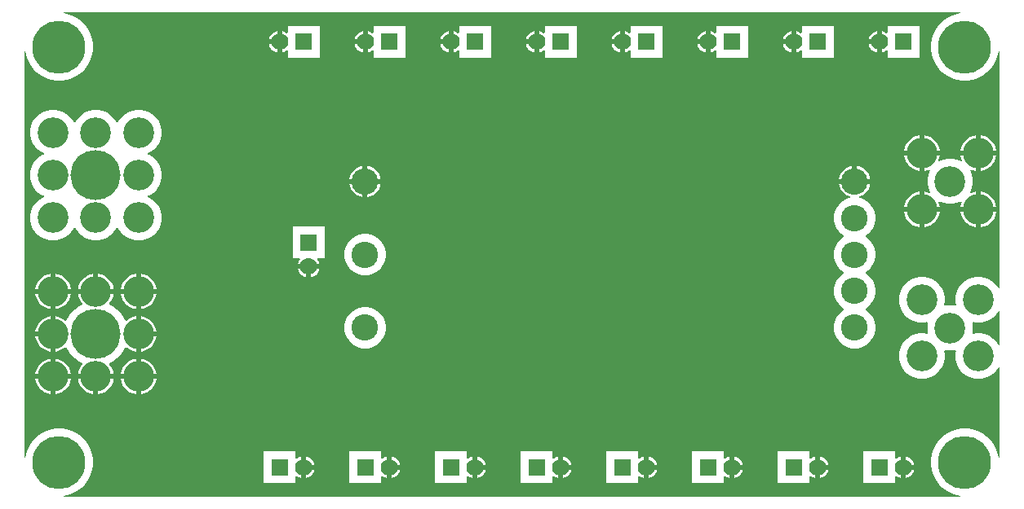
<source format=gbl>
G04*
G04 #@! TF.GenerationSoftware,Altium Limited,Altium Designer,21.0.9 (235)*
G04*
G04 Layer_Physical_Order=2*
G04 Layer_Color=16711680*
%FSLAX25Y25*%
%MOIN*%
G70*
G04*
G04 #@! TF.SameCoordinates,248EADF4-6E9D-4877-B34C-AAFE22DB1BC7*
G04*
G04*
G04 #@! TF.FilePolarity,Positive*
G04*
G01*
G75*
%ADD25C,0.07000*%
%ADD26R,0.07000X0.07000*%
%ADD27R,0.07000X0.07000*%
%ADD43C,0.20472*%
%ADD44C,0.12598*%
%ADD45C,0.21654*%
%ADD46C,0.10827*%
%ADD47C,0.05000*%
G36*
X383094Y198697D02*
X381762Y198486D01*
X379692Y197814D01*
X377753Y196826D01*
X375992Y195546D01*
X374453Y194008D01*
X373174Y192247D01*
X372186Y190308D01*
X371514Y188238D01*
X371173Y186088D01*
Y183912D01*
X371514Y181762D01*
X372186Y179692D01*
X373174Y177753D01*
X374453Y175993D01*
X375992Y174453D01*
X377753Y173174D01*
X379692Y172186D01*
X381762Y171514D01*
X383912Y171173D01*
X386088D01*
X388238Y171514D01*
X390308Y172186D01*
X392247Y173174D01*
X394007Y174453D01*
X395547Y175993D01*
X396826Y177753D01*
X397814Y179692D01*
X398486Y181762D01*
X398697Y183094D01*
X399197Y183054D01*
X399197Y86260D01*
X398697Y86108D01*
X397778Y87483D01*
X396483Y88778D01*
X394960Y89796D01*
X393268Y90497D01*
X391471Y90854D01*
X389639D01*
X387843Y90497D01*
X386150Y89796D01*
X384627Y88778D01*
X383332Y87483D01*
X382314Y85960D01*
X381613Y84268D01*
X381256Y82471D01*
Y80639D01*
X381501Y79408D01*
X381147Y79054D01*
X379916Y79299D01*
X378084D01*
X376853Y79054D01*
X376499Y79408D01*
X376744Y80639D01*
Y82471D01*
X376387Y84268D01*
X375686Y85960D01*
X374668Y87483D01*
X373373Y88778D01*
X371850Y89796D01*
X370157Y90497D01*
X368361Y90854D01*
X366529D01*
X364732Y90497D01*
X363040Y89796D01*
X361517Y88778D01*
X360222Y87483D01*
X359204Y85960D01*
X358503Y84268D01*
X358146Y82471D01*
Y80639D01*
X358503Y78843D01*
X359204Y77150D01*
X360222Y75627D01*
X361517Y74332D01*
X363040Y73314D01*
X364732Y72613D01*
X366529Y72256D01*
X368361D01*
X369592Y72501D01*
X369946Y72147D01*
X369701Y70916D01*
Y69084D01*
X369946Y67853D01*
X369592Y67499D01*
X368361Y67744D01*
X366529D01*
X364732Y67387D01*
X363040Y66686D01*
X361517Y65668D01*
X360222Y64373D01*
X359204Y62850D01*
X358503Y61157D01*
X358146Y59361D01*
Y57529D01*
X358503Y55732D01*
X359204Y54040D01*
X360222Y52517D01*
X361517Y51222D01*
X363040Y50204D01*
X364732Y49503D01*
X366529Y49146D01*
X368361D01*
X370157Y49503D01*
X371850Y50204D01*
X373373Y51222D01*
X374668Y52517D01*
X375686Y54040D01*
X376387Y55732D01*
X376744Y57529D01*
Y59361D01*
X376499Y60592D01*
X376853Y60946D01*
X378084Y60701D01*
X379916D01*
X381147Y60946D01*
X381501Y60592D01*
X381256Y59361D01*
Y57529D01*
X381613Y55732D01*
X382314Y54040D01*
X383332Y52517D01*
X384627Y51222D01*
X386150Y50204D01*
X387843Y49503D01*
X389639Y49146D01*
X391471D01*
X393268Y49503D01*
X394960Y50204D01*
X396483Y51222D01*
X397778Y52517D01*
X398697Y53892D01*
X399197Y53741D01*
X399197Y16946D01*
X398697Y16906D01*
X398486Y18238D01*
X397814Y20308D01*
X396826Y22247D01*
X395547Y24008D01*
X394007Y25547D01*
X392247Y26826D01*
X390308Y27814D01*
X388238Y28486D01*
X386088Y28827D01*
X383912D01*
X381762Y28486D01*
X379692Y27814D01*
X377753Y26826D01*
X375992Y25547D01*
X374453Y24008D01*
X373174Y22247D01*
X372186Y20308D01*
X371514Y18238D01*
X371173Y16088D01*
Y13912D01*
X371514Y11762D01*
X372186Y9692D01*
X373174Y7753D01*
X374453Y5993D01*
X375992Y4453D01*
X377753Y3174D01*
X379692Y2186D01*
X381762Y1514D01*
X383094Y1303D01*
X383054Y803D01*
X16946D01*
X16906Y1303D01*
X18238Y1514D01*
X20308Y2186D01*
X22247Y3174D01*
X24008Y4453D01*
X25547Y5993D01*
X26826Y7753D01*
X27814Y9692D01*
X28486Y11762D01*
X28827Y13912D01*
Y16088D01*
X28486Y18238D01*
X27814Y20308D01*
X26826Y22247D01*
X25547Y24008D01*
X24008Y25547D01*
X22247Y26826D01*
X20308Y27814D01*
X18238Y28486D01*
X16088Y28827D01*
X13912D01*
X11762Y28486D01*
X9692Y27814D01*
X7753Y26826D01*
X5993Y25547D01*
X4453Y24008D01*
X3174Y22247D01*
X2186Y20308D01*
X1514Y18238D01*
X1303Y16906D01*
X803Y16946D01*
X803Y183055D01*
X1303Y183094D01*
X1514Y181762D01*
X2186Y179692D01*
X3174Y177753D01*
X4453Y175993D01*
X5993Y174453D01*
X7753Y173174D01*
X9692Y172186D01*
X11762Y171514D01*
X13912Y171173D01*
X16088D01*
X18238Y171514D01*
X20308Y172186D01*
X22247Y173174D01*
X24008Y174453D01*
X25547Y175993D01*
X26826Y177753D01*
X27814Y179692D01*
X28486Y181762D01*
X28827Y183912D01*
Y186088D01*
X28486Y188238D01*
X27814Y190308D01*
X26826Y192247D01*
X25547Y194008D01*
X24008Y195546D01*
X22247Y196826D01*
X20308Y197814D01*
X18238Y198486D01*
X16906Y198697D01*
X16946Y199197D01*
X383054D01*
X383094Y198697D01*
D02*
G37*
G36*
X399197Y76851D02*
Y63149D01*
X398697Y62998D01*
X397778Y64373D01*
X396483Y65668D01*
X394960Y66686D01*
X393268Y67387D01*
X391471Y67744D01*
X389639D01*
X388408Y67499D01*
X388054Y67853D01*
X388299Y69084D01*
Y70916D01*
X388054Y72147D01*
X388408Y72501D01*
X389639Y72256D01*
X391471D01*
X393268Y72613D01*
X394960Y73314D01*
X396483Y74332D01*
X397778Y75627D01*
X398697Y77003D01*
X399197Y76851D01*
D02*
G37*
%LPC*%
G36*
X366421Y193567D02*
X353421D01*
Y190742D01*
X352959Y190550D01*
X352842Y190668D01*
X351816Y191260D01*
X351079Y191458D01*
Y187067D01*
Y182676D01*
X351816Y182874D01*
X352842Y183466D01*
X352959Y183583D01*
X353421Y183392D01*
Y180567D01*
X366421D01*
Y193567D01*
D02*
G37*
G36*
X331421D02*
X318421D01*
Y190742D01*
X317959Y190550D01*
X317842Y190668D01*
X316816Y191260D01*
X316079Y191458D01*
Y187067D01*
Y182676D01*
X316816Y182874D01*
X317842Y183466D01*
X317959Y183583D01*
X318421Y183392D01*
Y180567D01*
X331421D01*
Y193567D01*
D02*
G37*
G36*
X296421D02*
X283421D01*
Y190742D01*
X282959Y190550D01*
X282842Y190668D01*
X281816Y191260D01*
X281079Y191458D01*
Y187067D01*
Y182676D01*
X281816Y182874D01*
X282842Y183466D01*
X282959Y183583D01*
X283421Y183392D01*
Y180567D01*
X296421D01*
Y193567D01*
D02*
G37*
G36*
X261421D02*
X248421D01*
Y190742D01*
X247959Y190550D01*
X247842Y190668D01*
X246816Y191260D01*
X246079Y191458D01*
Y187067D01*
Y182676D01*
X246816Y182874D01*
X247842Y183466D01*
X247959Y183583D01*
X248421Y183392D01*
Y180567D01*
X261421D01*
Y193567D01*
D02*
G37*
G36*
X226421D02*
X213421D01*
Y190742D01*
X212959Y190550D01*
X212842Y190668D01*
X211816Y191260D01*
X211079Y191458D01*
Y187067D01*
Y182676D01*
X211816Y182874D01*
X212842Y183466D01*
X212959Y183583D01*
X213421Y183392D01*
Y180567D01*
X226421D01*
Y193567D01*
D02*
G37*
G36*
X191421D02*
X178421D01*
Y190742D01*
X177959Y190550D01*
X177842Y190668D01*
X176816Y191260D01*
X176079Y191458D01*
Y187067D01*
Y182676D01*
X176816Y182874D01*
X177842Y183466D01*
X177959Y183583D01*
X178421Y183392D01*
Y180567D01*
X191421D01*
Y193567D01*
D02*
G37*
G36*
X156421D02*
X143421D01*
Y190742D01*
X142959Y190550D01*
X142842Y190668D01*
X141816Y191260D01*
X141079Y191458D01*
Y187067D01*
Y182676D01*
X141816Y182874D01*
X142842Y183466D01*
X142959Y183583D01*
X143421Y183392D01*
Y180567D01*
X156421D01*
Y193567D01*
D02*
G37*
G36*
X121421D02*
X108421D01*
Y190742D01*
X107959Y190550D01*
X107842Y190668D01*
X106816Y191260D01*
X106079Y191458D01*
Y187067D01*
Y182676D01*
X106816Y182874D01*
X107842Y183466D01*
X107959Y183583D01*
X108421Y183392D01*
Y180567D01*
X121421D01*
Y193567D01*
D02*
G37*
G36*
X174079Y191458D02*
X173342Y191260D01*
X172316Y190668D01*
X171478Y189830D01*
X170885Y188804D01*
X170688Y188067D01*
X174079D01*
Y191458D01*
D02*
G37*
G36*
X349079D02*
X348342Y191260D01*
X347316Y190668D01*
X346478Y189830D01*
X345885Y188804D01*
X345688Y188067D01*
X349079D01*
Y191458D01*
D02*
G37*
G36*
X279079D02*
X278342Y191260D01*
X277316Y190668D01*
X276478Y189830D01*
X275885Y188804D01*
X275688Y188067D01*
X279079D01*
Y191458D01*
D02*
G37*
G36*
X244079D02*
X243342Y191260D01*
X242316Y190668D01*
X241478Y189830D01*
X240885Y188804D01*
X240688Y188067D01*
X244079D01*
Y191458D01*
D02*
G37*
G36*
X139079D02*
X138342Y191260D01*
X137316Y190668D01*
X136478Y189830D01*
X135885Y188804D01*
X135688Y188067D01*
X139079D01*
Y191458D01*
D02*
G37*
G36*
X314079D02*
X313342Y191260D01*
X312316Y190668D01*
X311478Y189830D01*
X310885Y188804D01*
X310688Y188067D01*
X314079D01*
Y191458D01*
D02*
G37*
G36*
X209079D02*
X208342Y191260D01*
X207316Y190668D01*
X206478Y189830D01*
X205885Y188804D01*
X205688Y188067D01*
X209079D01*
Y191458D01*
D02*
G37*
G36*
X104079D02*
X103342Y191260D01*
X102316Y190668D01*
X101478Y189830D01*
X100885Y188804D01*
X100688Y188067D01*
X104079D01*
Y191458D01*
D02*
G37*
G36*
X349079Y186067D02*
X345688D01*
X345885Y185330D01*
X346478Y184304D01*
X347316Y183466D01*
X348342Y182874D01*
X349079Y182676D01*
Y186067D01*
D02*
G37*
G36*
X314079D02*
X310688D01*
X310885Y185330D01*
X311478Y184304D01*
X312316Y183466D01*
X313342Y182874D01*
X314079Y182676D01*
Y186067D01*
D02*
G37*
G36*
X279079D02*
X275688D01*
X275885Y185330D01*
X276478Y184304D01*
X277316Y183466D01*
X278342Y182874D01*
X279079Y182676D01*
Y186067D01*
D02*
G37*
G36*
X244079D02*
X240688D01*
X240885Y185330D01*
X241478Y184304D01*
X242316Y183466D01*
X243342Y182874D01*
X244079Y182676D01*
Y186067D01*
D02*
G37*
G36*
X209079D02*
X205688D01*
X205885Y185330D01*
X206478Y184304D01*
X207316Y183466D01*
X208342Y182874D01*
X209079Y182676D01*
Y186067D01*
D02*
G37*
G36*
X174079D02*
X170688D01*
X170885Y185330D01*
X171478Y184304D01*
X172316Y183466D01*
X173342Y182874D01*
X174079Y182676D01*
Y186067D01*
D02*
G37*
G36*
X139079D02*
X135688D01*
X135885Y185330D01*
X136478Y184304D01*
X137316Y183466D01*
X138342Y182874D01*
X139079Y182676D01*
Y186067D01*
D02*
G37*
G36*
X104079D02*
X100688D01*
X100885Y185330D01*
X101478Y184304D01*
X102316Y183466D01*
X103342Y182874D01*
X104079Y182676D01*
Y186067D01*
D02*
G37*
G36*
X48377Y159260D02*
X46545D01*
X44748Y158903D01*
X43056Y158202D01*
X41533Y157184D01*
X40238Y155888D01*
X39220Y154366D01*
X38980Y153787D01*
X38480D01*
X38241Y154366D01*
X37223Y155888D01*
X35928Y157184D01*
X34405Y158202D01*
X32713Y158903D01*
X30916Y159260D01*
X29084D01*
X27288Y158903D01*
X25595Y158202D01*
X24072Y157184D01*
X22777Y155888D01*
X21759Y154366D01*
X21520Y153787D01*
X21020D01*
X20780Y154366D01*
X19762Y155888D01*
X18467Y157184D01*
X16944Y158202D01*
X15252Y158903D01*
X13455Y159260D01*
X11624D01*
X9827Y158903D01*
X8134Y158202D01*
X6611Y157184D01*
X5316Y155888D01*
X4298Y154366D01*
X3598Y152673D01*
X3240Y150876D01*
Y149045D01*
X3598Y147248D01*
X4298Y145556D01*
X5316Y144033D01*
X6611Y142737D01*
X8134Y141720D01*
X8713Y141480D01*
Y140980D01*
X8134Y140741D01*
X6611Y139723D01*
X5316Y138428D01*
X4298Y136905D01*
X3598Y135213D01*
X3240Y133416D01*
Y131584D01*
X3598Y129788D01*
X4298Y128095D01*
X5316Y126572D01*
X6611Y125277D01*
X8134Y124259D01*
X8713Y124020D01*
Y123520D01*
X8134Y123280D01*
X6611Y122263D01*
X5316Y120967D01*
X4298Y119444D01*
X3598Y117752D01*
X3240Y115955D01*
Y114123D01*
X3598Y112327D01*
X4298Y110635D01*
X5316Y109111D01*
X6611Y107816D01*
X8134Y106799D01*
X9827Y106097D01*
X11624Y105740D01*
X13455D01*
X15252Y106097D01*
X16944Y106799D01*
X18467Y107816D01*
X19762Y109111D01*
X20780Y110635D01*
X21020Y111213D01*
X21520D01*
X21759Y110635D01*
X22777Y109111D01*
X24072Y107816D01*
X25595Y106799D01*
X27288Y106097D01*
X29084Y105740D01*
X30916D01*
X32713Y106097D01*
X34405Y106799D01*
X35928Y107816D01*
X37223Y109111D01*
X38241Y110635D01*
X38480Y111213D01*
X38980D01*
X39220Y110635D01*
X40238Y109111D01*
X41533Y107816D01*
X43056Y106799D01*
X44748Y106097D01*
X46545Y105740D01*
X48377D01*
X50173Y106097D01*
X51866Y106799D01*
X53389Y107816D01*
X54684Y109111D01*
X55702Y110635D01*
X56402Y112327D01*
X56760Y114123D01*
Y115955D01*
X56402Y117752D01*
X55702Y119444D01*
X54684Y120967D01*
X53389Y122263D01*
X51866Y123280D01*
X51287Y123520D01*
Y124020D01*
X51866Y124259D01*
X53389Y125277D01*
X54684Y126572D01*
X55702Y128095D01*
X56402Y129788D01*
X56760Y131584D01*
Y133416D01*
X56402Y135213D01*
X55702Y136905D01*
X54684Y138428D01*
X53389Y139723D01*
X51866Y140741D01*
X51287Y140980D01*
Y141480D01*
X51866Y141720D01*
X53389Y142737D01*
X54684Y144033D01*
X55702Y145556D01*
X56402Y147248D01*
X56760Y149045D01*
Y150876D01*
X56402Y152673D01*
X55702Y154366D01*
X54684Y155888D01*
X53389Y157184D01*
X51866Y158202D01*
X50173Y158903D01*
X48377Y159260D01*
D02*
G37*
G36*
X391555Y148798D02*
Y142555D01*
X397798D01*
X397574Y143684D01*
X397024Y145013D01*
X396225Y146208D01*
X395208Y147225D01*
X394013Y148024D01*
X392684Y148574D01*
X391555Y148798D01*
D02*
G37*
G36*
X389555D02*
X388426Y148574D01*
X387098Y148024D01*
X385902Y147225D01*
X384885Y146208D01*
X384087Y145013D01*
X383536Y143684D01*
X383312Y142555D01*
X389555D01*
Y148798D01*
D02*
G37*
G36*
X368445D02*
Y142555D01*
X374688D01*
X374464Y143684D01*
X373913Y145013D01*
X373115Y146208D01*
X372098Y147225D01*
X370902Y148024D01*
X369574Y148574D01*
X368445Y148798D01*
D02*
G37*
G36*
X366445D02*
X365316Y148574D01*
X363987Y148024D01*
X362792Y147225D01*
X361775Y146208D01*
X360976Y145013D01*
X360426Y143684D01*
X360202Y142555D01*
X366445D01*
Y148798D01*
D02*
G37*
G36*
X389555Y140555D02*
X383312D01*
X383536Y139426D01*
X383921Y138497D01*
X383517Y138166D01*
X383405Y138241D01*
X381713Y138942D01*
X379916Y139299D01*
X378084D01*
X376288Y138942D01*
X374595Y138241D01*
X374483Y138166D01*
X374079Y138497D01*
X374464Y139426D01*
X374688Y140555D01*
X368445D01*
Y134312D01*
X369574Y134536D01*
X370503Y134921D01*
X370834Y134517D01*
X370759Y134405D01*
X370058Y132712D01*
X369701Y130916D01*
Y129084D01*
X370058Y127287D01*
X370759Y125595D01*
X370834Y125483D01*
X370503Y125079D01*
X369574Y125464D01*
X368445Y125688D01*
Y119445D01*
X374688D01*
X374464Y120574D01*
X374079Y121503D01*
X374483Y121834D01*
X374595Y121759D01*
X376288Y121058D01*
X378084Y120701D01*
X379916D01*
X381713Y121058D01*
X383405Y121759D01*
X383517Y121834D01*
X383921Y121503D01*
X383536Y120574D01*
X383312Y119445D01*
X389555D01*
Y125688D01*
X388426Y125464D01*
X387497Y125079D01*
X387166Y125483D01*
X387241Y125595D01*
X387942Y127287D01*
X388299Y129084D01*
Y130916D01*
X387942Y132712D01*
X387241Y134405D01*
X387166Y134517D01*
X387497Y134921D01*
X388426Y134536D01*
X389555Y134312D01*
Y140555D01*
D02*
G37*
G36*
X397798D02*
X391555D01*
Y134312D01*
X392684Y134536D01*
X394013Y135087D01*
X395208Y135885D01*
X396225Y136902D01*
X397024Y138098D01*
X397574Y139426D01*
X397798Y140555D01*
D02*
G37*
G36*
X366445D02*
X360202D01*
X360426Y139426D01*
X360976Y138098D01*
X361775Y136902D01*
X362792Y135885D01*
X363987Y135087D01*
X365316Y134536D01*
X366445Y134312D01*
Y140555D01*
D02*
G37*
G36*
X341000Y136261D02*
Y130921D01*
X346340D01*
X346167Y131792D01*
X345684Y132959D01*
X344982Y134010D01*
X344088Y134903D01*
X343038Y135605D01*
X341871Y136088D01*
X341000Y136261D01*
D02*
G37*
G36*
X339000D02*
X338129Y136088D01*
X336962Y135605D01*
X335912Y134903D01*
X335018Y134010D01*
X334316Y132959D01*
X333833Y131792D01*
X333660Y130921D01*
X339000D01*
Y136261D01*
D02*
G37*
G36*
X141000D02*
Y130921D01*
X146340D01*
X146167Y131792D01*
X145684Y132959D01*
X144982Y134010D01*
X144088Y134903D01*
X143038Y135605D01*
X141871Y136088D01*
X141000Y136261D01*
D02*
G37*
G36*
X139000D02*
X138129Y136088D01*
X136962Y135605D01*
X135912Y134903D01*
X135018Y134010D01*
X134317Y132959D01*
X133833Y131792D01*
X133660Y130921D01*
X139000D01*
Y136261D01*
D02*
G37*
G36*
X146340Y128921D02*
X141000D01*
Y123581D01*
X141871Y123754D01*
X143038Y124238D01*
X144088Y124940D01*
X144982Y125833D01*
X145684Y126883D01*
X146167Y128050D01*
X146340Y128921D01*
D02*
G37*
G36*
X139000D02*
X133660D01*
X133833Y128050D01*
X134317Y126883D01*
X135018Y125833D01*
X135912Y124940D01*
X136962Y124238D01*
X138129Y123754D01*
X139000Y123581D01*
Y128921D01*
D02*
G37*
G36*
X391555Y125688D02*
Y119445D01*
X397798D01*
X397574Y120574D01*
X397024Y121902D01*
X396225Y123098D01*
X395208Y124115D01*
X394013Y124913D01*
X392684Y125464D01*
X391555Y125688D01*
D02*
G37*
G36*
X366445D02*
X365316Y125464D01*
X363987Y124913D01*
X362792Y124115D01*
X361775Y123098D01*
X360976Y121902D01*
X360426Y120574D01*
X360202Y119445D01*
X366445D01*
Y125688D01*
D02*
G37*
G36*
X397798Y117445D02*
X391555D01*
Y111202D01*
X392684Y111426D01*
X394013Y111976D01*
X395208Y112775D01*
X396225Y113792D01*
X397024Y114987D01*
X397574Y116316D01*
X397798Y117445D01*
D02*
G37*
G36*
X389555D02*
X383312D01*
X383536Y116316D01*
X384087Y114987D01*
X384885Y113792D01*
X385902Y112775D01*
X387098Y111976D01*
X388426Y111426D01*
X389555Y111202D01*
Y117445D01*
D02*
G37*
G36*
X374688D02*
X368445D01*
Y111202D01*
X369574Y111426D01*
X370902Y111976D01*
X372098Y112775D01*
X373115Y113792D01*
X373913Y114987D01*
X374464Y116316D01*
X374688Y117445D01*
D02*
G37*
G36*
X366445D02*
X360202D01*
X360426Y116316D01*
X360976Y114987D01*
X361775Y113792D01*
X362792Y112775D01*
X363987Y111976D01*
X365316Y111426D01*
X366445Y111202D01*
Y117445D01*
D02*
G37*
G36*
X123433Y111421D02*
X110433D01*
Y98421D01*
X113258D01*
X113450Y97959D01*
X113332Y97842D01*
X112740Y96816D01*
X112542Y96079D01*
X116933D01*
X121324D01*
X121126Y96816D01*
X120534Y97842D01*
X120416Y97959D01*
X120608Y98421D01*
X123433D01*
Y111421D01*
D02*
G37*
G36*
X140829Y108413D02*
X139171D01*
X137546Y108090D01*
X136015Y107456D01*
X134637Y106535D01*
X133465Y105363D01*
X132544Y103985D01*
X131910Y102454D01*
X131587Y100829D01*
Y99171D01*
X131910Y97546D01*
X132544Y96015D01*
X133465Y94637D01*
X134637Y93465D01*
X136015Y92544D01*
X137546Y91910D01*
X139171Y91587D01*
X140829D01*
X142454Y91910D01*
X143985Y92544D01*
X145363Y93465D01*
X146535Y94637D01*
X147456Y96015D01*
X148090Y97546D01*
X148413Y99171D01*
Y100829D01*
X148090Y102454D01*
X147456Y103985D01*
X146535Y105363D01*
X145363Y106535D01*
X143985Y107456D01*
X142454Y108090D01*
X140829Y108413D01*
D02*
G37*
G36*
X121324Y94079D02*
X117933D01*
Y90688D01*
X118670Y90885D01*
X119696Y91478D01*
X120534Y92316D01*
X121126Y93342D01*
X121324Y94079D01*
D02*
G37*
G36*
X115933D02*
X112542D01*
X112740Y93342D01*
X113332Y92316D01*
X114170Y91478D01*
X115196Y90885D01*
X115933Y90688D01*
Y94079D01*
D02*
G37*
G36*
X48461Y92204D02*
Y85961D01*
X54704D01*
X54479Y87090D01*
X53929Y88418D01*
X53130Y89614D01*
X52114Y90630D01*
X50918Y91429D01*
X49590Y91979D01*
X48461Y92204D01*
D02*
G37*
G36*
X46461D02*
X45331Y91979D01*
X44003Y91429D01*
X42808Y90630D01*
X41791Y89614D01*
X40992Y88418D01*
X40442Y87090D01*
X40217Y85961D01*
X46461D01*
Y92204D01*
D02*
G37*
G36*
X31000D02*
Y85961D01*
X37243D01*
X37019Y87090D01*
X36468Y88418D01*
X35670Y89614D01*
X34653Y90630D01*
X33457Y91429D01*
X32129Y91979D01*
X31000Y92204D01*
D02*
G37*
G36*
X29000D02*
X27871Y91979D01*
X26542Y91429D01*
X25347Y90630D01*
X24330Y89614D01*
X23531Y88418D01*
X22981Y87090D01*
X22757Y85961D01*
X29000D01*
Y92204D01*
D02*
G37*
G36*
X13539D02*
Y85961D01*
X19783D01*
X19558Y87090D01*
X19008Y88418D01*
X18209Y89614D01*
X17192Y90630D01*
X15997Y91429D01*
X14669Y91979D01*
X13539Y92204D01*
D02*
G37*
G36*
X11539D02*
X10410Y91979D01*
X9082Y91429D01*
X7886Y90630D01*
X6870Y89614D01*
X6071Y88418D01*
X5521Y87090D01*
X5296Y85961D01*
X11539D01*
Y92204D01*
D02*
G37*
G36*
X54704Y83961D02*
X48461D01*
Y77717D01*
X49590Y77942D01*
X50918Y78492D01*
X52114Y79291D01*
X53130Y80308D01*
X53929Y81503D01*
X54479Y82832D01*
X54704Y83961D01*
D02*
G37*
G36*
X46461D02*
X40217D01*
X40442Y82832D01*
X40992Y81503D01*
X41791Y80308D01*
X42808Y79291D01*
X44003Y78492D01*
X45331Y77942D01*
X46461Y77717D01*
Y83961D01*
D02*
G37*
G36*
X19783D02*
X13539D01*
Y77717D01*
X14669Y77942D01*
X15997Y78492D01*
X17192Y79291D01*
X18209Y80308D01*
X19008Y81503D01*
X19558Y82832D01*
X19783Y83961D01*
D02*
G37*
G36*
X11539D02*
X5296D01*
X5521Y82832D01*
X6071Y81503D01*
X6870Y80308D01*
X7886Y79291D01*
X9082Y78492D01*
X10410Y77942D01*
X11539Y77717D01*
Y83961D01*
D02*
G37*
G36*
X37243D02*
X22757D01*
X22981Y82832D01*
X23531Y81503D01*
X24330Y80308D01*
X24587Y80051D01*
X24509Y79557D01*
X23063Y78821D01*
X21377Y77596D01*
X19904Y76123D01*
X18679Y74437D01*
X17943Y72991D01*
X17449Y72913D01*
X17192Y73170D01*
X15997Y73968D01*
X14669Y74519D01*
X13539Y74743D01*
Y67500D01*
Y60257D01*
X14669Y60481D01*
X15997Y61032D01*
X17192Y61830D01*
X17449Y62087D01*
X17943Y62009D01*
X18679Y60563D01*
X19904Y58877D01*
X21377Y57404D01*
X23063Y56179D01*
X24509Y55443D01*
X24587Y54949D01*
X24330Y54692D01*
X23531Y53497D01*
X22981Y52169D01*
X22757Y51039D01*
X37243D01*
X37019Y52169D01*
X36468Y53497D01*
X35670Y54692D01*
X35413Y54949D01*
X35491Y55443D01*
X36937Y56179D01*
X38623Y57404D01*
X40096Y58877D01*
X41321Y60563D01*
X42057Y62009D01*
X42551Y62087D01*
X42808Y61830D01*
X44003Y61032D01*
X45331Y60481D01*
X46461Y60257D01*
Y67500D01*
Y74743D01*
X45331Y74519D01*
X44003Y73968D01*
X42808Y73170D01*
X42551Y72913D01*
X42057Y72991D01*
X41321Y74437D01*
X40096Y76123D01*
X38623Y77596D01*
X36937Y78821D01*
X35491Y79557D01*
X35413Y80051D01*
X35670Y80308D01*
X36468Y81503D01*
X37019Y82832D01*
X37243Y83961D01*
D02*
G37*
G36*
X48461Y74743D02*
Y68500D01*
X54704D01*
X54479Y69629D01*
X53929Y70957D01*
X53130Y72153D01*
X52114Y73170D01*
X50918Y73968D01*
X49590Y74519D01*
X48461Y74743D01*
D02*
G37*
G36*
X11539D02*
X10410Y74519D01*
X9082Y73968D01*
X7886Y73170D01*
X6870Y72153D01*
X6071Y70957D01*
X5521Y69629D01*
X5296Y68500D01*
X11539D01*
Y74743D01*
D02*
G37*
G36*
X346340Y128921D02*
X333660D01*
X333833Y128050D01*
X334316Y126883D01*
X335018Y125833D01*
X335912Y124940D01*
X336962Y124238D01*
X338129Y123754D01*
X338325Y123715D01*
Y123206D01*
X337546Y123051D01*
X336015Y122416D01*
X334637Y121496D01*
X333465Y120324D01*
X332544Y118946D01*
X331910Y117415D01*
X331587Y115789D01*
Y114132D01*
X331910Y112506D01*
X332544Y110975D01*
X333465Y109597D01*
X334637Y108425D01*
X335601Y107781D01*
Y107180D01*
X334637Y106535D01*
X333465Y105363D01*
X332544Y103985D01*
X331910Y102454D01*
X331587Y100829D01*
Y99171D01*
X331910Y97546D01*
X332544Y96015D01*
X333465Y94637D01*
X334637Y93465D01*
X335601Y92820D01*
Y92219D01*
X334637Y91575D01*
X333465Y90403D01*
X332544Y89025D01*
X331910Y87493D01*
X331587Y85868D01*
Y84211D01*
X331910Y82585D01*
X332544Y81054D01*
X333465Y79676D01*
X334637Y78504D01*
X335601Y77860D01*
Y77258D01*
X334637Y76614D01*
X333465Y75442D01*
X332544Y74064D01*
X331910Y72533D01*
X331587Y70907D01*
Y69250D01*
X331910Y67625D01*
X332544Y66093D01*
X333465Y64715D01*
X334637Y63544D01*
X336015Y62623D01*
X337546Y61989D01*
X339171Y61665D01*
X340829D01*
X342454Y61989D01*
X343985Y62623D01*
X345363Y63544D01*
X346535Y64715D01*
X347456Y66093D01*
X348090Y67625D01*
X348413Y69250D01*
Y70907D01*
X348090Y72533D01*
X347456Y74064D01*
X346535Y75442D01*
X345363Y76614D01*
X344399Y77258D01*
Y77860D01*
X345363Y78504D01*
X346535Y79676D01*
X347456Y81054D01*
X348090Y82585D01*
X348413Y84211D01*
Y85868D01*
X348090Y87493D01*
X347456Y89025D01*
X346535Y90403D01*
X345363Y91575D01*
X344399Y92219D01*
Y92820D01*
X345363Y93465D01*
X346535Y94637D01*
X347456Y96015D01*
X348090Y97546D01*
X348413Y99171D01*
Y100829D01*
X348090Y102454D01*
X347456Y103985D01*
X346535Y105363D01*
X345363Y106535D01*
X344399Y107180D01*
Y107781D01*
X345363Y108425D01*
X346535Y109597D01*
X347456Y110975D01*
X348090Y112506D01*
X348413Y114132D01*
Y115789D01*
X348090Y117415D01*
X347456Y118946D01*
X346535Y120324D01*
X345363Y121496D01*
X343985Y122416D01*
X342454Y123051D01*
X341675Y123206D01*
Y123715D01*
X341871Y123754D01*
X343038Y124238D01*
X344088Y124940D01*
X344982Y125833D01*
X345684Y126883D01*
X346167Y128050D01*
X346340Y128921D01*
D02*
G37*
G36*
X140829Y78492D02*
X139171D01*
X137546Y78169D01*
X136015Y77535D01*
X134637Y76614D01*
X133465Y75442D01*
X132544Y74064D01*
X131910Y72533D01*
X131587Y70907D01*
Y69250D01*
X131910Y67625D01*
X132544Y66093D01*
X133465Y64715D01*
X134637Y63544D01*
X136015Y62623D01*
X137546Y61989D01*
X139171Y61665D01*
X140829D01*
X142454Y61989D01*
X143985Y62623D01*
X145363Y63544D01*
X146535Y64715D01*
X147456Y66093D01*
X148090Y67625D01*
X148413Y69250D01*
Y70907D01*
X148090Y72533D01*
X147456Y74064D01*
X146535Y75442D01*
X145363Y76614D01*
X143985Y77535D01*
X142454Y78169D01*
X140829Y78492D01*
D02*
G37*
G36*
X54704Y66500D02*
X48461D01*
Y60257D01*
X49590Y60481D01*
X50918Y61032D01*
X52114Y61830D01*
X53130Y62847D01*
X53929Y64043D01*
X54479Y65371D01*
X54704Y66500D01*
D02*
G37*
G36*
X11539D02*
X5296D01*
X5521Y65371D01*
X6071Y64043D01*
X6870Y62847D01*
X7886Y61830D01*
X9082Y61032D01*
X10410Y60481D01*
X11539Y60257D01*
Y66500D01*
D02*
G37*
G36*
X48461Y57283D02*
Y51039D01*
X54704D01*
X54479Y52169D01*
X53929Y53497D01*
X53130Y54692D01*
X52114Y55709D01*
X50918Y56508D01*
X49590Y57058D01*
X48461Y57283D01*
D02*
G37*
G36*
X46461D02*
X45331Y57058D01*
X44003Y56508D01*
X42808Y55709D01*
X41791Y54692D01*
X40992Y53497D01*
X40442Y52169D01*
X40217Y51039D01*
X46461D01*
Y57283D01*
D02*
G37*
G36*
X13539D02*
Y51039D01*
X19783D01*
X19558Y52169D01*
X19008Y53497D01*
X18209Y54692D01*
X17192Y55709D01*
X15997Y56508D01*
X14669Y57058D01*
X13539Y57283D01*
D02*
G37*
G36*
X11539D02*
X10410Y57058D01*
X9082Y56508D01*
X7886Y55709D01*
X6870Y54692D01*
X6071Y53497D01*
X5521Y52169D01*
X5296Y51039D01*
X11539D01*
Y57283D01*
D02*
G37*
G36*
X54704Y49039D02*
X48461D01*
Y42796D01*
X49590Y43021D01*
X50918Y43571D01*
X52114Y44370D01*
X53130Y45386D01*
X53929Y46582D01*
X54479Y47910D01*
X54704Y49039D01*
D02*
G37*
G36*
X46461D02*
X40217D01*
X40442Y47910D01*
X40992Y46582D01*
X41791Y45386D01*
X42808Y44370D01*
X44003Y43571D01*
X45331Y43021D01*
X46461Y42796D01*
Y49039D01*
D02*
G37*
G36*
X37243D02*
X31000D01*
Y42796D01*
X32129Y43021D01*
X33457Y43571D01*
X34653Y44370D01*
X35670Y45386D01*
X36468Y46582D01*
X37019Y47910D01*
X37243Y49039D01*
D02*
G37*
G36*
X29000D02*
X22757D01*
X22981Y47910D01*
X23531Y46582D01*
X24330Y45386D01*
X25347Y44370D01*
X26542Y43571D01*
X27871Y43021D01*
X29000Y42796D01*
Y49039D01*
D02*
G37*
G36*
X19783D02*
X13539D01*
Y42796D01*
X14669Y43021D01*
X15997Y43571D01*
X17192Y44370D01*
X18209Y45386D01*
X19008Y46582D01*
X19558Y47910D01*
X19783Y49039D01*
D02*
G37*
G36*
X11539D02*
X5296D01*
X5521Y47910D01*
X6071Y46582D01*
X6870Y45386D01*
X7886Y44370D01*
X9082Y43571D01*
X10410Y43021D01*
X11539Y42796D01*
Y49039D01*
D02*
G37*
G36*
X360921Y17324D02*
Y13933D01*
X364312D01*
X364115Y14670D01*
X363522Y15696D01*
X362684Y16534D01*
X361658Y17126D01*
X360921Y17324D01*
D02*
G37*
G36*
X325921D02*
Y13933D01*
X329312D01*
X329115Y14670D01*
X328522Y15696D01*
X327684Y16534D01*
X326658Y17126D01*
X325921Y17324D01*
D02*
G37*
G36*
X290921D02*
Y13933D01*
X294312D01*
X294115Y14670D01*
X293522Y15696D01*
X292684Y16534D01*
X291658Y17126D01*
X290921Y17324D01*
D02*
G37*
G36*
X255921D02*
Y13933D01*
X259312D01*
X259115Y14670D01*
X258522Y15696D01*
X257684Y16534D01*
X256658Y17126D01*
X255921Y17324D01*
D02*
G37*
G36*
X220921D02*
Y13933D01*
X224312D01*
X224115Y14670D01*
X223522Y15696D01*
X222684Y16534D01*
X221658Y17126D01*
X220921Y17324D01*
D02*
G37*
G36*
X185921D02*
Y13933D01*
X189312D01*
X189115Y14670D01*
X188522Y15696D01*
X187684Y16534D01*
X186658Y17126D01*
X185921Y17324D01*
D02*
G37*
G36*
X150921D02*
Y13933D01*
X154312D01*
X154115Y14670D01*
X153522Y15696D01*
X152684Y16534D01*
X151658Y17126D01*
X150921Y17324D01*
D02*
G37*
G36*
X115921D02*
Y13933D01*
X119312D01*
X119115Y14670D01*
X118522Y15696D01*
X117684Y16534D01*
X116658Y17126D01*
X115921Y17324D01*
D02*
G37*
G36*
X364312Y11933D02*
X360921D01*
Y8542D01*
X361658Y8740D01*
X362684Y9332D01*
X363522Y10170D01*
X364115Y11196D01*
X364312Y11933D01*
D02*
G37*
G36*
X356579Y19433D02*
X343579D01*
Y6433D01*
X356579D01*
Y9258D01*
X357041Y9450D01*
X357158Y9332D01*
X358184Y8740D01*
X358921Y8542D01*
Y12933D01*
Y17324D01*
X358184Y17126D01*
X357158Y16534D01*
X357041Y16417D01*
X356579Y16608D01*
Y19433D01*
D02*
G37*
G36*
X329312Y11933D02*
X325921D01*
Y8542D01*
X326658Y8740D01*
X327684Y9332D01*
X328522Y10170D01*
X329115Y11196D01*
X329312Y11933D01*
D02*
G37*
G36*
X321579Y19433D02*
X308579D01*
Y6433D01*
X321579D01*
Y9258D01*
X322041Y9450D01*
X322158Y9332D01*
X323184Y8740D01*
X323921Y8542D01*
Y12933D01*
Y17324D01*
X323184Y17126D01*
X322158Y16534D01*
X322041Y16417D01*
X321579Y16608D01*
Y19433D01*
D02*
G37*
G36*
X294312Y11933D02*
X290921D01*
Y8542D01*
X291658Y8740D01*
X292684Y9332D01*
X293522Y10170D01*
X294115Y11196D01*
X294312Y11933D01*
D02*
G37*
G36*
X286579Y19433D02*
X273579D01*
Y6433D01*
X286579D01*
Y9258D01*
X287041Y9450D01*
X287158Y9332D01*
X288184Y8740D01*
X288921Y8542D01*
Y12933D01*
Y17324D01*
X288184Y17126D01*
X287158Y16534D01*
X287041Y16417D01*
X286579Y16608D01*
Y19433D01*
D02*
G37*
G36*
X259312Y11933D02*
X255921D01*
Y8542D01*
X256658Y8740D01*
X257684Y9332D01*
X258522Y10170D01*
X259115Y11196D01*
X259312Y11933D01*
D02*
G37*
G36*
X251579Y19433D02*
X238579D01*
Y6433D01*
X251579D01*
Y9258D01*
X252041Y9450D01*
X252158Y9332D01*
X253184Y8740D01*
X253921Y8542D01*
Y12933D01*
Y17324D01*
X253184Y17126D01*
X252158Y16534D01*
X252041Y16417D01*
X251579Y16608D01*
Y19433D01*
D02*
G37*
G36*
X224312Y11933D02*
X220921D01*
Y8542D01*
X221658Y8740D01*
X222684Y9332D01*
X223522Y10170D01*
X224115Y11196D01*
X224312Y11933D01*
D02*
G37*
G36*
X216579Y19433D02*
X203579D01*
Y6433D01*
X216579D01*
Y9258D01*
X217041Y9450D01*
X217158Y9332D01*
X218184Y8740D01*
X218921Y8542D01*
Y12933D01*
Y17324D01*
X218184Y17126D01*
X217158Y16534D01*
X217041Y16417D01*
X216579Y16608D01*
Y19433D01*
D02*
G37*
G36*
X189312Y11933D02*
X185921D01*
Y8542D01*
X186658Y8740D01*
X187684Y9332D01*
X188522Y10170D01*
X189115Y11196D01*
X189312Y11933D01*
D02*
G37*
G36*
X181579Y19433D02*
X168579D01*
Y6433D01*
X181579D01*
Y9258D01*
X182041Y9450D01*
X182158Y9332D01*
X183184Y8740D01*
X183921Y8542D01*
Y12933D01*
Y17324D01*
X183184Y17126D01*
X182158Y16534D01*
X182041Y16417D01*
X181579Y16608D01*
Y19433D01*
D02*
G37*
G36*
X154312Y11933D02*
X150921D01*
Y8542D01*
X151658Y8740D01*
X152684Y9332D01*
X153522Y10170D01*
X154115Y11196D01*
X154312Y11933D01*
D02*
G37*
G36*
X146579Y19433D02*
X133579D01*
Y6433D01*
X146579D01*
Y9258D01*
X147041Y9450D01*
X147158Y9332D01*
X148184Y8740D01*
X148921Y8542D01*
Y12933D01*
Y17324D01*
X148184Y17126D01*
X147158Y16534D01*
X147041Y16417D01*
X146579Y16608D01*
Y19433D01*
D02*
G37*
G36*
X119312Y11933D02*
X115921D01*
Y8542D01*
X116658Y8740D01*
X117684Y9332D01*
X118522Y10170D01*
X119115Y11196D01*
X119312Y11933D01*
D02*
G37*
G36*
X111579Y19433D02*
X98579D01*
Y6433D01*
X111579D01*
Y9258D01*
X112041Y9450D01*
X112158Y9332D01*
X113184Y8740D01*
X113921Y8542D01*
Y12933D01*
Y17324D01*
X113184Y17126D01*
X112158Y16534D01*
X112041Y16417D01*
X111579Y16608D01*
Y19433D01*
D02*
G37*
%LPD*%
D25*
X116933Y95079D02*
D03*
X105079Y187067D02*
D03*
X140079D02*
D03*
X175079D02*
D03*
X210079D02*
D03*
X245079D02*
D03*
X280079D02*
D03*
X315079D02*
D03*
X350079D02*
D03*
X359921Y12933D02*
D03*
X324921D02*
D03*
X289921D02*
D03*
X254921D02*
D03*
X219921D02*
D03*
X184921D02*
D03*
X149921D02*
D03*
X114921D02*
D03*
D26*
X116933Y104921D02*
D03*
D27*
X114921Y187067D02*
D03*
X149921D02*
D03*
X184921D02*
D03*
X219921D02*
D03*
X254921D02*
D03*
X289921D02*
D03*
X324921D02*
D03*
X359921D02*
D03*
X350079Y12933D02*
D03*
X315079D02*
D03*
X280079D02*
D03*
X245079D02*
D03*
X210079D02*
D03*
X175079D02*
D03*
X140079D02*
D03*
X105079D02*
D03*
D43*
X30000Y132500D02*
D03*
Y67500D02*
D03*
D44*
X12539Y149961D02*
D03*
X30000D02*
D03*
X47461D02*
D03*
Y132500D02*
D03*
X12539D02*
D03*
Y115039D02*
D03*
X30000D02*
D03*
X47461D02*
D03*
X12539Y84961D02*
D03*
X30000D02*
D03*
X47461D02*
D03*
Y67500D02*
D03*
X12539D02*
D03*
Y50039D02*
D03*
X30000D02*
D03*
X47461D02*
D03*
X379000Y130000D02*
D03*
X390555Y118445D02*
D03*
X367445D02*
D03*
X390555Y141555D02*
D03*
X367445D02*
D03*
X379000Y70000D02*
D03*
X390555Y58445D02*
D03*
X367445D02*
D03*
X390555Y81555D02*
D03*
X367445D02*
D03*
D45*
X15000Y185000D02*
D03*
X385000D02*
D03*
Y15000D02*
D03*
X15000D02*
D03*
D46*
X140000Y70079D02*
D03*
Y100000D02*
D03*
Y129921D02*
D03*
X340000D02*
D03*
Y114961D02*
D03*
Y100000D02*
D03*
Y85039D02*
D03*
Y70079D02*
D03*
D47*
X351000Y111000D02*
D03*
X95500Y40000D02*
D03*
X70000D02*
D03*
X213000Y120000D02*
D03*
Y136000D02*
D03*
X187000Y120000D02*
D03*
Y136000D02*
D03*
X46000Y180000D02*
D03*
Y20000D02*
D03*
X302500Y74000D02*
D03*
Y126000D02*
D03*
M02*

</source>
